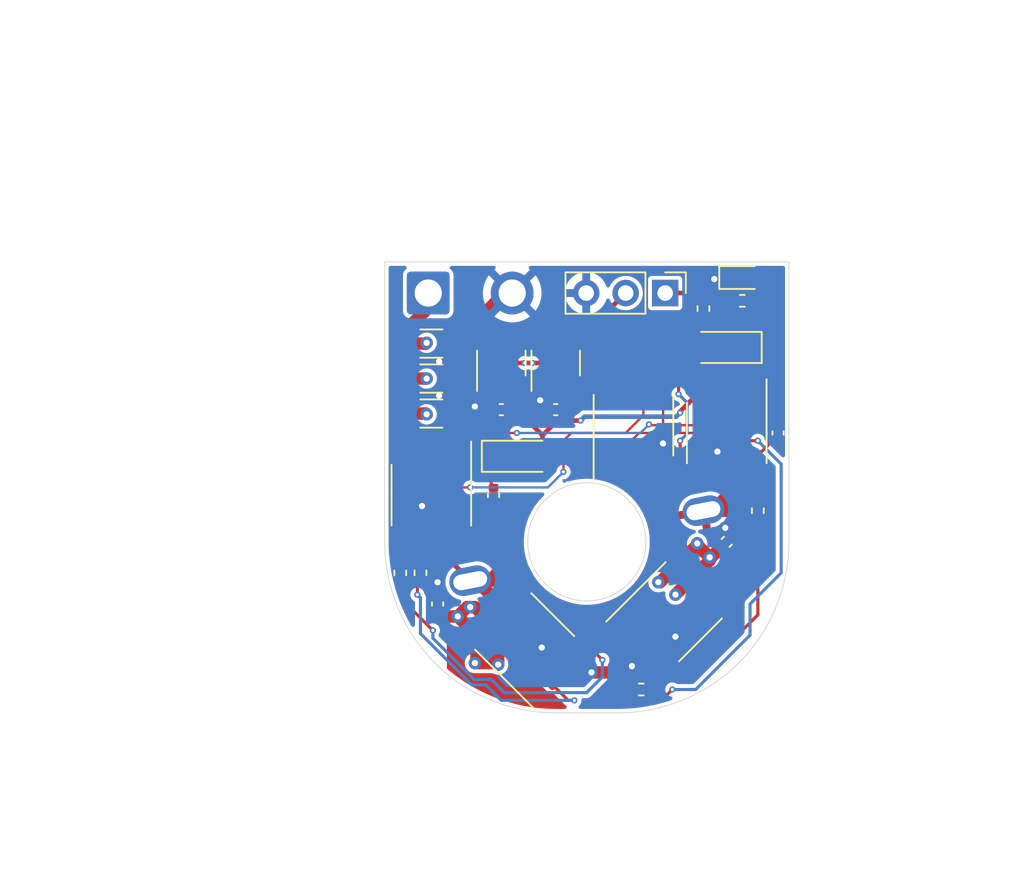
<source format=kicad_pcb>
(kicad_pcb (version 20210623) (generator pcbnew)
  (title_block (date "2021-01-21") (rev "2"))
  (layers (0 "F.Cu" signal) (1 "In1.Cu" signal) (2 "In2.Cu" signal) (31 "B.Cu" signal) (34 "B.Paste" user) (35 "F.Paste" user) (36 "B.SilkS" user "B.Silkscreen") (37 "F.SilkS" user "F.Silkscreen") (38 "B.Mask" user) (39 "F.Mask" user) (44 "Edge.Cuts" user))
  (net 0 "")
  (net 1 "+12V")
  (net 2 "Net-(R4-Pad1)")
  (net 3 "/GH1")
  (net 4 "/GL1")
  (net 5 "/GH2")
  (net 6 "Net-(C2-Pad1)")
  (net 7 "GND")
  (net 8 "/GL2")
  (net 9 "Net-(C3-Pad1)")
  (net 10 "/VBAT")
  (net 11 "/PWMIN")
  (net 12 "/MOTOR_PWM_2")
  (net 13 "/MOTOR_PWM_1")
  (net 14 "/MOTOR_PAD_2")
  (net 15 "/MOTOR_PAD_1")
  (net 16 "+5V")
  (net 17 "Net-(D2-Pad2)")
  (net 19 "/MOTOR_EN")
  (net 20 "/PWMIN1")
  (net 21 "/GH2OUT")
  (net 22 "/GL2OUT")
  (net 23 "/GH1OUT")
  (net 24 "/GL1OUT")
  (footprint "Capacitor_SMD:C_0402_1005Metric" (layer "F.Cu") (at 84.1 125 180)
    (fp_text reference "C1" hide)
    (fp_text value "1uF 25v")
    (fp_line (start -0.107836 0.36) (end 0.107836 0.36) (layer "F.SilkS") (width 0.12))
    (fp_line (start -0.107836 -0.36) (end 0.107836 -0.36) (layer "F.SilkS") (width 0.12))
    (pad "1" smd roundrect locked (at -0.48 0 180) (size 0.56 0.62) (layers "F.Cu" "F.Paste" "F.Mask") (net 1 "+12V"))
    (pad "2" smd roundrect locked (at 0.48 0 180) (size 0.56 0.62) (layers "F.Cu" "F.Paste" "F.Mask") (net 7 "GND"))
  )
  (footprint "Capacitor_SMD:C_0402_1005Metric" (layer "F.Cu") (at 101.9 126.5 -90)
    (fp_text reference "C2" hide)
    (fp_text value "1uF 25v")
    (fp_line (start -0.107836 -0.36) (end 0.107836 -0.36) (layer "F.SilkS") (width 0.12))
    (fp_line (start -0.107836 0.36) (end 0.107836 0.36) (layer "F.SilkS") (width 0.12))
    (pad "1" smd roundrect locked (at -0.48 0 270) (size 0.56 0.62) (layers "F.Cu" "F.Paste" "F.Mask") (net 6 "Net-(C2-Pad1)"))
    (pad "2" smd roundrect locked (at 0.48 0 270) (size 0.56 0.62) (layers "F.Cu" "F.Paste" "F.Mask") (net 14 "/MOTOR_PAD_2"))
  )
  (footprint "beetleback:bbb_motorpin" (layer "F.Cu") (at 97.1 131.5 -79)
    (fp_text reference "J4" hide)
    (fp_text value "motor_pad_2" hide)
    (pad "1" thru_hole oval locked (at 0 0 281) (size 1.8 2.7) (drill oval 1 2.2) (layers *.Cu *.Mask) (net 14 "/MOTOR_PAD_2"))
  )
  (footprint "Diode_SMD:D_SOD-123" (layer "F.Cu") (at 98.6 121 180)
    (fp_text reference "D1" hide)
    (fp_text value "B5819W")
    (fp_line (start -2.25 1) (end 1.65 1) (layer "F.SilkS") (width 0.12))
    (fp_line (start -2.25 -1) (end -2.25 1) (layer "F.SilkS") (width 0.12))
    (fp_line (start -2.25 -1) (end 1.65 -1) (layer "F.SilkS") (width 0.12))
    (pad "1" smd rect locked (at -1.65 0 180) (size 0.9 1.2) (layers "F.Cu" "F.Paste" "F.Mask") (net 6 "Net-(C2-Pad1)"))
    (pad "2" smd rect locked (at 1.65 0 180) (size 0.9 1.2) (layers "F.Cu" "F.Paste" "F.Mask") (net 1 "+12V"))
  )
  (footprint "Resistor_SMD:R_0402_1005Metric" (layer "F.Cu") (at 97.1 118.5 -90)
    (fp_text reference "R1" hide)
    (fp_text value "1k")
    (fp_line (start -0.153641 -0.38) (end 0.153641 -0.38) (layer "F.SilkS") (width 0.12))
    (fp_line (start -0.153641 0.38) (end 0.153641 0.38) (layer "F.SilkS") (width 0.12))
    (pad "1" smd roundrect locked (at -0.51 0 270) (size 0.54 0.64) (layers "F.Cu" "F.Paste" "F.Mask") (net 20 "/PWMIN1"))
    (pad "2" smd roundrect locked (at 0.51 0 270) (size 0.54 0.64) (layers "F.Cu" "F.Paste" "F.Mask") (net 11 "/PWMIN"))
  )
  (footprint "Capacitor_SMD:C_1206_3216Metric" (layer "F.Cu") (at 79.6 125.25)
    (fp_text reference "C5" hide)
    (fp_text value "22uF 25v")
    (fp_line (start -0.711252 -0.91) (end 0.711252 -0.91) (layer "F.SilkS") (width 0.12))
    (fp_line (start -0.711252 0.91) (end 0.711252 0.91) (layer "F.SilkS") (width 0.12))
    (pad "1" smd roundrect locked (at -1.475 0) (size 1.15 1.8) (layers "F.Cu" "F.Paste" "F.Mask") (roundrect_rratio 0.2173913043) (net 10 "/VBAT"))
    (pad "2" smd roundrect locked (at 1.475 0) (size 1.15 1.8) (layers "F.Cu" "F.Paste" "F.Mask") (roundrect_rratio 0.2173913043) (net 7 "GND"))
  )
  (footprint "Resistor_SMD:R_0402_1005Metric" (layer "F.Cu") (at 100.6 131.5 -90)
    (fp_text reference "R5" hide)
    (fp_text value "10R")
    (fp_line (start -0.153641 0.38) (end 0.153641 0.38) (layer "F.SilkS") (width 0.12))
    (fp_line (start -0.153641 -0.38) (end 0.153641 -0.38) (layer "F.SilkS") (width 0.12))
    (pad "1" smd roundrect locked (at -0.51 0 270) (size 0.54 0.64) (layers "F.Cu" "F.Paste" "F.Mask") (net 23 "/GH1OUT"))
    (pad "2" smd roundrect locked (at 0.51 0 270) (size 0.54 0.64) (layers "F.Cu" "F.Paste" "F.Mask") (net 3 "/GH1"))
  )
  (footprint "Package_SO:SOIC-8_3.9x4.9mm_P1.27mm" (layer "F.Cu") (at 85.6 140 135)
    (fp_text reference "Q2" hide)
    (fp_text value "IRF8313PBF")
    (fp_line (start 0 -2.56) (end -3.45 -2.56) (layer "F.SilkS") (width 0.12))
    (fp_line (start 0 2.56) (end 1.95 2.56) (layer "F.SilkS") (width 0.12))
    (fp_line (start 0 -2.56) (end 1.95 -2.56) (layer "F.SilkS") (width 0.12))
    (fp_line (start 0 2.56) (end -1.95 2.56) (layer "F.SilkS") (width 0.12))
    (pad "1" smd roundrect locked (at -2.475 -1.905 135) (size 1.95 0.6) (layers "F.Cu" "F.Paste" "F.Mask") (net 15 "/MOTOR_PAD_1"))
    (pad "2" smd roundrect locked (at -2.475 -0.635 135) (size 1.95 0.6) (layers "F.Cu" "F.Paste" "F.Mask") (net 5 "/GH2"))
    (pad "3" smd roundrect locked (at -2.475 0.635 135) (size 1.95 0.6) (layers "F.Cu" "F.Paste" "F.Mask") (net 7 "GND"))
    (pad "4" smd roundrect locked (at -2.475 1.905 135) (size 1.95 0.6) (layers "F.Cu" "F.Paste" "F.Mask") (net 8 "/GL2"))
    (pad "5" smd roundrect locked (at 2.475 1.905 135) (size 1.95 0.6) (layers "F.Cu" "F.Paste" "F.Mask") (net 15 "/MOTOR_PAD_1"))
    (pad "6" smd roundrect locked (at 2.475 0.635 135) (size 1.95 0.6) (layers "F.Cu" "F.Paste" "F.Mask") (net 15 "/MOTOR_PAD_1"))
    (pad "7" smd roundrect locked (at 2.475 -0.635 135) (size 1.95 0.6) (layers "F.Cu" "F.Paste" "F.Mask") (net 10 "/VBAT"))
    (pad "8" smd roundrect locked (at 2.475 -1.905 135) (size 1.95 0.6) (layers "F.Cu" "F.Paste" "F.Mask") (net 10 "/VBAT"))
  )
  (footprint "Package_SO:SOIC-8_3.9x4.9mm_P1.27mm" (layer "F.Cu") (at 92.6 126 90)
    (fp_text reference "U1" hide)
    (fp_text value "ATtiny13A-SS")
    (fp_line (start 0 2.56) (end -1.95 2.56) (layer "F.SilkS") (width 0.12))
    (fp_line (start 0 2.56) (end 1.95 2.56) (layer "F.SilkS") (width 0.12))
    (fp_line (start 0 -2.56) (end -3.45 -2.56) (layer "F.SilkS") (width 0.12))
    (fp_line (start 0 -2.56) (end 1.95 -2.56) (layer "F.SilkS") (width 0.12))
    (pad "1" smd roundrect locked (at -2.475 -1.905 90) (size 1.95 0.6) (layers "F.Cu" "F.Paste" "F.Mask"))
    (pad "2" smd roundrect locked (at -2.475 -0.635 90) (size 1.95 0.6) (layers "F.Cu" "F.Paste" "F.Mask") (net 12 "/MOTOR_PWM_2"))
    (pad "3" smd roundrect locked (at -2.475 0.635 90) (size 1.95 0.6) (layers "F.Cu" "F.Paste" "F.Mask") (net 2 "Net-(R4-Pad1)"))
    (pad "4" smd roundrect locked (at -2.475 1.905 90) (size 1.95 0.6) (layers "F.Cu" "F.Paste" "F.Mask") (net 7 "GND"))
    (pad "5" smd roundrect locked (at 2.475 1.905 90) (size 1.95 0.6) (layers "F.Cu" "F.Paste" "F.Mask") (net 19 "/MOTOR_EN"))
    (pad "6" smd roundrect locked (at 2.475 0.635 90) (size 1.95 0.6) (layers "F.Cu" "F.Paste" "F.Mask") (net 13 "/MOTOR_PWM_1"))
    (pad "7" smd roundrect locked (at 2.475 -0.635 90) (size 1.95 0.6) (layers "F.Cu" "F.Paste" "F.Mask") (net 11 "/PWMIN"))
    (pad "8" smd roundrect locked (at 2.475 -1.905 90) (size 1.95 0.6) (layers "F.Cu" "F.Paste" "F.Mask") (net 16 "+5V"))
  )
  (footprint "Capacitor_SMD:C_0402_1005Metric" (layer "F.Cu") (at 87.6 125 180)
    (fp_text reference "C4" hide)
    (fp_text value "1uF 25v")
    (fp_line (start -0.107836 -0.36) (end 0.107836 -0.36) (layer "F.SilkS") (width 0.12))
    (fp_line (start -0.107836 0.36) (end 0.107836 0.36) (layer "F.SilkS") (width 0.12))
    (pad "1" smd roundrect locked (at -0.48 0 180) (size 0.56 0.62) (layers "F.Cu" "F.Paste" "F.Mask") (net 16 "+5V"))
    (pad "2" smd roundrect locked (at 0.48 0 180) (size 0.56 0.62) (layers "F.Cu" "F.Paste" "F.Mask") (net 7 "GND"))
  )
  (footprint "LED_SMD:LED_0603_1608Metric" (layer "F.Cu") (at 99.6 116.5)
    (fp_text reference "D2" hide)
    (fp_text value "Red LED")
    (fp_line (start -1.485 -0.735) (end -1.485 0.735) (layer "F.SilkS") (width 0.12))
    (fp_line (start -1.485 0.735) (end 0.8 0.735) (layer "F.SilkS") (width 0.12))
    (fp_line (start 0.8 -0.735) (end -1.485 -0.735) (layer "F.SilkS") (width 0.12))
    (pad "1" smd roundrect locked (at -0.7875 0) (size 0.875 0.95) (layers "F.Cu" "F.Paste" "F.Mask") (net 7 "GND"))
    (pad "2" smd roundrect locked (at 0.7875 0) (size 0.875 0.95) (layers "F.Cu" "F.Paste" "F.Mask") (net 17 "Net-(D2-Pad2)"))
  )
  (footprint "Package_SO:SOIC-8_3.9x4.9mm_P1.27mm" (layer "F.Cu") (at 95.1 138 45)
    (fp_text reference "Q1" hide)
    (fp_text value "IRF8313PBF")
    (fp_line (start 0 -2.56) (end 1.95 -2.56) (layer "F.SilkS") (width 0.12))
    (fp_line (start 0 -2.56) (end -3.45 -2.56) (layer "F.SilkS") (width 0.12))
    (fp_line (start 0 2.56) (end -1.95 2.56) (layer "F.SilkS") (width 0.12))
    (fp_line (start 0 2.56) (end 1.95 2.56) (layer "F.SilkS") (width 0.12))
    (pad "1" smd roundrect locked (at -2.475 -1.905 45) (size 1.95 0.6) (layers "F.Cu" "F.Paste" "F.Mask") (net 14 "/MOTOR_PAD_2"))
    (pad "2" smd roundrect locked (at -2.475 -0.635 45) (size 1.95 0.6) (layers "F.Cu" "F.Paste" "F.Mask") (net 3 "/GH1"))
    (pad "3" smd roundrect locked (at -2.475 0.635 45) (size 1.95 0.6) (layers "F.Cu" "F.Paste" "F.Mask") (net 7 "GND"))
    (pad "4" smd roundrect locked (at -2.475 1.905 45) (size 1.95 0.6) (layers "F.Cu" "F.Paste" "F.Mask") (net 4 "/GL1"))
    (pad "5" smd roundrect locked (at 2.475 1.905 45) (size 1.95 0.6) (layers "F.Cu" "F.Paste" "F.Mask") (net 14 "/MOTOR_PAD_2"))
    (pad "6" smd roundrect locked (at 2.475 0.635 45) (size 1.95 0.6) (layers "F.Cu" "F.Paste" "F.Mask") (net 14 "/MOTOR_PAD_2"))
    (pad "7" smd roundrect locked (at 2.475 -0.635 45) (size 1.95 0.6) (layers "F.Cu" "F.Paste" "F.Mask") (net 10 "/VBAT"))
    (pad "8" smd roundrect locked (at 2.475 -1.905 45) (size 1.95 0.6) (layers "F.Cu" "F.Paste" "F.Mask") (net 10 "/VBAT"))
  )
  (footprint "Capacitor_SMD:C_1206_3216Metric" (layer "F.Cu") (at 79.6 123)
    (fp_text reference "C6" hide)
    (fp_text value "22uF 25v")
    (fp_line (start -0.711252 -0.91) (end 0.711252 -0.91) (layer "F.SilkS") (width 0.12))
    (fp_line (start -0.711252 0.91) (end 0.711252 0.91) (layer "F.SilkS") (width 0.12))
    (pad "1" smd roundrect locked (at -1.475 0) (size 1.15 1.8) (layers "F.Cu" "F.Paste" "F.Mask") (roundrect_rratio 0.2173913043) (net 10 "/VBAT"))
    (pad "2" smd roundrect locked (at 1.475 0) (size 1.15 1.8) (layers "F.Cu" "F.Paste" "F.Mask") (roundrect_rratio 0.2173913043) (net 7 "GND"))
  )
  (footprint "Resistor_SMD:R_0402_1005Metric" (layer "F.Cu") (at 93.1 143)
    (fp_text reference "R6" hide)
    (fp_text value "10R")
    (fp_line (start -0.153641 -0.38) (end 0.153641 -0.38) (layer "F.SilkS") (width 0.12))
    (fp_line (start -0.153641 0.38) (end 0.153641 0.38) (layer "F.SilkS") (width 0.12))
    (pad "1" smd roundrect locked (at -0.51 0) (size 0.54 0.64) (layers "F.Cu" "F.Paste" "F.Mask") (net 24 "/GL1OUT"))
    (pad "2" smd roundrect locked (at 0.51 0) (size 0.54 0.64) (layers "F.Cu" "F.Paste" "F.Mask") (net 4 "/GL1"))
  )
  (footprint "Connector_Wire:SolderWire-1sqmm_1x02_P5.4mm_D1.4mm_OD2.7mm" (layer "F.Cu") (at 79.4 117.5)
    (fp_text reference "J2" hide)
    (fp_text value "powerin")
    (pad "1" thru_hole roundrect locked (at 0 0) (size 2.75 2.75) (drill 1.75) (layers *.Cu *.Mask) (roundrect_rratio 0.09090909091) (net 10 "/VBAT"))
    (pad "2" thru_hole circle locked (at 5.4 0) (size 2.75 2.75) (drill 1.75) (layers *.Cu *.Mask) (net 7 "GND"))
  )
  (footprint "Resistor_SMD:R_0402_1005Metric" (layer "F.Cu") (at 99.6 118)
    (fp_text reference "R4" hide)
    (fp_text value "1k")
    (fp_line (start -0.153641 0.38) (end 0.153641 0.38) (layer "F.SilkS") (width 0.12))
    (fp_line (start -0.153641 -0.38) (end 0.153641 -0.38) (layer "F.SilkS") (width 0.12))
    (pad "1" smd roundrect locked (at -0.51 0) (size 0.54 0.64) (layers "F.Cu" "F.Paste" "F.Mask") (net 2 "Net-(R4-Pad1)"))
    (pad "2" smd roundrect locked (at 0.51 0) (size 0.54 0.64) (layers "F.Cu" "F.Paste" "F.Mask") (net 17 "Net-(D2-Pad2)"))
  )
  (footprint "Capacitor_SMD:C_0402_1005Metric" (layer "F.Cu") (at 98.6 133.5 45)
    (fp_text reference "C9" hide)
    (fp_text value "1uF 25v")
    (fp_line (start -0.107836 0.36) (end 0.107836 0.36) (layer "F.SilkS") (width 0.12))
    (fp_line (start -0.107836 -0.36) (end 0.107836 -0.36) (layer "F.SilkS") (width 0.12))
    (pad "1" smd roundrect locked (at -0.48 0 45) (size 0.56 0.62) (layers "F.Cu" "F.Paste" "F.Mask") (net 10 "/VBAT"))
    (pad "2" smd roundrect locked (at 0.48 0 45) (size 0.56 0.62) (layers "F.Cu" "F.Paste" "F.Mask") (net 7 "GND"))
  )
  (footprint "Capacitor_SMD:C_0402_1005Metric" (layer "F.Cu") (at 83.6 130.52 -90)
    (fp_text reference "C3" hide)
    (fp_text value "1uF 25v")
    (fp_line (start -0.107836 -0.36) (end 0.107836 -0.36) (layer "F.SilkS") (width 0.12))
    (fp_line (start -0.107836 0.36) (end 0.107836 0.36) (layer "F.SilkS") (width 0.12))
    (pad "1" smd roundrect locked (at -0.48 0 270) (size 0.56 0.62) (layers "F.Cu" "F.Paste" "F.Mask") (net 9 "Net-(C3-Pad1)"))
    (pad "2" smd roundrect locked (at 0.48 0 270) (size 0.56 0.62) (layers "F.Cu" "F.Paste" "F.Mask") (net 15 "/MOTOR_PAD_1"))
  )
  (footprint "Package_TO_SOT_SMD:SOT-23-5" (layer "F.Cu") (at 87.6 122 90)
    (fp_text reference "U3" hide)
    (fp_text value "HT7550-2")
    (fp_line (start 0 1.56) (end 0.8 1.56) (layer "F.SilkS") (width 0.12))
    (fp_line (start 0 -1.56) (end -1.8 -1.56) (layer "F.SilkS") (width 0.12))
    (fp_line (start 0 1.56) (end -0.8 1.56) (layer "F.SilkS") (width 0.12))
    (fp_line (start 0 -1.56) (end 0.8 -1.56) (layer "F.SilkS") (width 0.12))
    (pad "1" smd roundrect locked (at -1.1375 -0.95 90) (size 1.325 0.6) (layers "F.Cu" "F.Paste" "F.Mask") (net 7 "GND"))
    (pad "2" smd roundrect locked (at -1.1375 0 90) (size 1.325 0.6) (layers "F.Cu" "F.Paste" "F.Mask") (net 10 "/VBAT"))
    (pad "3" smd roundrect locked (at -1.1375 0.95 90) (size 1.325 0.6) (layers "F.Cu" "F.Paste" "F.Mask") (net 16 "+5V"))
    (pad "4" smd roundrect locked (at 1.1375 0.95 90) (size 1.325 0.6) (layers "F.Cu" "F.Paste" "F.Mask"))
    (pad "5" smd roundrect locked (at 1.1375 -0.95 90) (size 1.325 0.6) (layers "F.Cu" "F.Paste" "F.Mask"))
  )
  (footprint "Resistor_SMD:R_0402_1005Metric" (layer "F.Cu") (at 77.6 135.5 90)
    (fp_text reference "R3" hide)
    (fp_text value "10R")
    (fp_line (start -0.153641 -0.38) (end 0.153641 -0.38) (layer "F.SilkS") (width 0.12))
    (fp_line (start -0.153641 0.38) (end 0.153641 0.38) (layer "F.SilkS") (width 0.12))
    (pad "1" smd roundrect locked (at -0.51 0 90) (size 0.54 0.64) (layers "F.Cu" "F.Paste" "F.Mask") (net 8 "/GL2"))
    (pad "2" smd roundrect locked (at 0.51 0 90) (size 0.54 0.64) (layers "F.Cu" "F.Paste" "F.Mask") (net 22 "/GL2OUT"))
  )
  (footprint "Connector_PinHeader_2.54mm:PinHeader_1x03_P2.54mm_Vertical" (layer "F.Cu") (at 94.64 117.5 -90)
    (fp_text reference "J1" hide)
    (fp_text value "signalin")
    (fp_line (start 1.33 1.27) (end 1.33 6.41) (layer "F.SilkS") (width 0.12))
    (fp_line (start -1.33 -1.33) (end 0 -1.33) (layer "F.SilkS") (width 0.12))
    (fp_line (start -1.33 1.27) (end -1.33 6.41) (layer "F.SilkS") (width 0.12))
    (fp_line (start -1.33 1.27) (end 1.33 1.27) (layer "F.SilkS") (width 0.12))
    (fp_line (start -1.33 0) (end -1.33 -1.33) (layer "F.SilkS") (width 0.12))
    (fp_line (start -1.33 6.41) (end 1.33 6.41) (layer "F.SilkS") (width 0.12))
    (pad "1" thru_hole rect locked (at 0 0 270) (size 1.7 1.7) (drill 1) (layers *.Cu *.Mask) (net 20 "/PWMIN1"))
    (pad "2" thru_hole oval locked (at 0 2.54 270) (size 1.7 1.7) (drill 1) (layers *.Cu *.Mask) (net 16 "+5V"))
    (pad "3" thru_hole oval locked (at 0 5.08 270) (size 1.7 1.7) (drill 1) (layers *.Cu *.Mask) (net 7 "GND"))
  )
  (footprint "Package_SO:SOIC-8_3.9x4.9mm_P1.27mm" (layer "F.Cu") (at 98.6 126.5 -90)
    (fp_text reference "U2" hide)
    (fp_text value "ADP3110A")
    (fp_line (start 0 2.56) (end -1.95 2.56) (layer "F.SilkS") (width 0.12))
    (fp_line (start 0 -2.56) (end -3.45 -2.56) (layer "F.SilkS") (width 0.12))
    (fp_line (start 0 -2.56) (end 1.95 -2.56) (layer "F.SilkS") (width 0.12))
    (fp_line (start 0 2.56) (end 1.95 2.56) (layer "F.SilkS") (width 0.12))
    (pad "1" smd roundrect locked (at -2.475 -1.905 270) (size 1.95 0.6) (layers "F.Cu" "F.Paste" "F.Mask") (net 6 "Net-(C2-Pad1)"))
    (pad "2" smd roundrect locked (at -2.475 -0.635 270) (size 1.95 0.6) (layers "F.Cu" "F.Paste" "F.Mask") (net 12 "/MOTOR_PWM_2"))
    (pad "3" smd roundrect locked (at -2.475 0.635 270) (size 1.95 0.6) (layers "F.Cu" "F.Paste" "F.Mask") (net 19 "/MOTOR_EN"))
    (pad "4" smd roundrect locked (at -2.475 1.905 270) (size 1.95 0.6) (layers "F.Cu" "F.Paste" "F.Mask") (net 1 "+12V"))
    (pad "5" smd roundrect locked (at 2.475 1.905 270) (size 1.95 0.6) (layers "F.Cu" "F.Paste" "F.Mask") (net 24 "/GL1OUT"))
    (pad "6" smd roundrect locked (at 2.475 0.635 270) (size 1.95 0.6) (layers "F.Cu" "F.Paste" "F.Mask") (net 7 "GND"))
    (pad "7" smd roundrect locked (at 2.475 -0.635 270) (size 1.95 0.6) (layers "F.Cu" "F.Paste" "F.Mask") (net 14 "/MOTOR_PAD_2"))
    (pad "8" smd roundrect locked (at 2.475 -1.905 270) (size 1.95 0.6) (layers "F.Cu" "F.Paste" "F.Mask") (net 23 "/GH1OUT"))
  )
  (footprint "Diode_SMD:D_SOD-123" (layer "F.Cu") (at 85.1 128)
    (fp_text reference "D3" hide)
    (fp_text value "B5819W")
    (fp_line (start -2.25 -1) (end -2.25 1) (layer "F.SilkS") (width 0.12))
    (fp_line (start -2.25 -1) (end 1.65 -1) (layer "F.SilkS") (width 0.12))
    (fp_line (start -2.25 1) (end 1.65 1) (layer "F.SilkS") (width 0.12))
    (pad "1" smd rect locked (at -1.65 0) (size 0.9 1.2) (layers "F.Cu" "F.Paste" "F.Mask") (net 9 "Net-(C3-Pad1)"))
    (pad "2" smd rect locked (at 1.65 0) (size 0.9 1.2) (layers "F.Cu" "F.Paste" "F.Mask") (net 1 "+12V"))
  )
  (footprint "Resistor_SMD:R_0402_1005Metric" (layer "F.Cu") (at 78.9 135.5 90)
    (fp_text reference "R2" hide)
    (fp_text value "10R")
    (fp_line (start -0.153641 0.38) (end 0.153641 0.38) (layer "F.SilkS") (width 0.12))
    (fp_line (start -0.153641 -0.38) (end 0.153641 -0.38) (layer "F.SilkS") (width 0.12))
    (pad "1" smd roundrect locked (at -0.51 0 90) (size 0.54 0.64) (layers "F.Cu" "F.Paste" "F.Mask") (net 5 "/GH2"))
    (pad "2" smd roundrect locked (at 0.51 0 90) (size 0.54 0.64) (layers "F.Cu" "F.Paste" "F.Mask") (net 21 "/GH2OUT"))
  )
  (footprint "Capacitor_SMD:C_0402_1005Metric" (layer "F.Cu") (at 80 137.5 90)
    (fp_text reference "C8" hide)
    (fp_text value "1uF 25v")
    (fp_line (start -0.107836 -0.36) (end 0.107836 -0.36) (layer "F.SilkS") (width 0.12))
    (fp_line (start -0.107836 0.36) (end 0.107836 0.36) (layer "F.SilkS") (width 0.12))
    (pad "1" smd roundrect locked (at -0.48 0 90) (size 0.56 0.62) (layers "F.Cu" "F.Paste" "F.Mask") (net 10 "/VBAT"))
    (pad "2" smd roundrect locked (at 0.48 0 90) (size 0.56 0.62) (layers "F.Cu" "F.Paste" "F.Mask") (net 7 "GND"))
  )
  (footprint "Package_SO:SOIC-8_3.9x4.9mm_P1.27mm" (layer "F.Cu") (at 79.6 130.5 -90)
    (fp_text reference "U4" hide)
    (fp_text value "ADP3110A")
    (fp_line (start 0 2.56) (end 1.95 2.56) (layer "F.SilkS") (width 0.12))
    (fp_line (start 0 -2.56) (end -3.45 -2.56) (layer "F.SilkS") (width 0.12))
    (fp_line (start 0 2.56) (end -1.95 2.56) (layer "F.SilkS") (width 0.12))
    (fp_line (start 0 -2.56) (end 1.95 -2.56) (layer "F.SilkS") (width 0.12))
    (pad "1" smd roundrect locked (at -2.475 -1.905 270) (size 1.95 0.6) (layers "F.Cu" "F.Paste" "F.Mask") (net 9 "Net-(C3-Pad1)"))
    (pad "2" smd roundrect locked (at -2.475 -0.635 270) (size 1.95 0.6) (layers "F.Cu" "F.Paste" "F.Mask") (net 13 "/MOTOR_PWM_1"))
    (pad "3" smd roundrect locked (at -2.475 0.635 270) (size 1.95 0.6) (layers "F.Cu" "F.Paste" "F.Mask") (net 19 "/MOTOR_EN"))
    (pad "4" smd roundrect locked (at -2.475 1.905 270) (size 1.95 0.6) (layers "F.Cu" "F.Paste" "F.Mask") (net 1 "+12V"))
    (pad "5" smd roundrect locked (at 2.475 1.905 270) (size 1.95 0.6) (layers "F.Cu" "F.Paste" "F.Mask") (net 22 "/GL2OUT"))
    (pad "6" smd roundrect locked (at 2.475 0.635 270) (size 1.95 0.6) (layers "F.Cu" "F.Paste" "F.Mask") (net 7 "GND"))
    (pad "7" smd roundrect locked (at 2.475 -0.635 270) (size 1.95 0.6) (layers "F.Cu" "F.Paste" "F.Mask") (net 15 "/MOTOR_PAD_1"))
    (pad "8" smd roundrect locked (at 2.475 -1.905 270) (size 1.95 0.6) (layers "F.Cu" "F.Paste" "F.Mask") (net 21 "/GH2OUT"))
  )
  (footprint "Capacitor_SMD:C_1206_3216Metric" (layer "F.Cu") (at 79.6 120.75)
    (fp_text reference "C7" hide)
    (fp_text value "22uF 25v")
    (fp_line (start -0.711252 0.91) (end 0.711252 0.91) (layer "F.SilkS") (width 0.12))
    (fp_line (start -0.711252 -0.91) (end 0.711252 -0.91) (layer "F.SilkS") (width 0.12))
    (pad "1" smd roundrect locked (at -1.475 0) (size 1.15 1.8) (layers "F.Cu" "F.Paste" "F.Mask") (roundrect_rratio 0.2173913043) (net 10 "/VBAT"))
    (pad "2" smd roundrect locked (at 1.475 0) (size 1.15 1.8) (layers "F.Cu" "F.Paste" "F.Mask") (roundrect_rratio 0.2173913043) (net 7 "GND"))
  )
  (footprint "beetleback:bbb_motorpin" (layer "F.Cu") (at 82.1 136 -79)
    (fp_text reference "J3" hide)
    (fp_text value "motor_pad_1" hide)
    (pad "1" thru_hole oval locked (at 0 0 281) (size 1.8 2.7) (drill oval 1 2.2) (layers *.Cu *.Mask) (net 15 "/MOTOR_PAD_1"))
  )
  (footprint "Package_TO_SOT_SMD:SOT-23-5" (layer "F.Cu") (at 84.1 122 90)
    (fp_text reference "U5" hide)
    (fp_text value "HT75C0-2")
    (fp_line (start 0 1.56) (end 0.8 1.56) (layer "F.SilkS") (width 0.12))
    (fp_line (start 0 1.56) (end -0.8 1.56) (layer "F.SilkS") (width 0.12))
    (fp_line (start 0 -1.56) (end 0.8 -1.56) (layer "F.SilkS") (width 0.12))
    (fp_line (start 0 -1.56) (end -1.8 -1.56) (layer "F.SilkS") (width 0.12))
    (pad "1" smd roundrect locked (at -1.1375 -0.95 90) (size 1.325 0.6) (layers "F.Cu" "F.Paste" "F.Mask") (net 7 "GND"))
    (pad "2" smd roundrect locked (at -1.1375 0 90) (size 1.325 0.6) (layers "F.Cu" "F.Paste" "F.Mask") (net 10 "/VBAT"))
    (pad "3" smd roundrect locked (at -1.1375 0.95 90) (size 1.325 0.6) (layers "F.Cu" "F.Paste" "F.Mask") (net 1 "+12V"))
    (pad "4" smd roundrect locked (at 1.1375 0.95 90) (size 1.325 0.6) (layers "F.Cu" "F.Paste" "F.Mask"))
    (pad "5" smd roundrect locked (at 1.1375 -0.95 90) (size 1.325 0.6) (layers "F.Cu" "F.Paste" "F.Mask"))
  )
  (gr_line (start 87.6 144.5) (end 91.6 144.5) (layer "Edge.Cuts") (width 0.05))
  (gr_arc (start 91.6 133.5) (end 102.6 133.5) (angle 90) (layer "Edge.Cuts") (width 0.05))
  (gr_line (start 76.6 133.5) (end 76.6 115.5) (layer "Edge.Cuts") (width 0.05))
  (gr_arc (start 87.6 133.5) (end 87.6 144.5) (angle 90) (layer "Edge.Cuts") (width 0.05))
  (gr_line (start 102.6 115.5) (end 102.6 133.5) (layer "Edge.Cuts") (width 0.05))
  (gr_line (start 76.6 115.5) (end 102.6 115.5) (layer "Edge.Cuts") (width 0.05))
  (gr_circle (center 89.6 133.5) (end 93.4 133.5) (layer "Edge.Cuts") (width 0.05) (fill none))
  (segment (start 77.695 126.905) (end 78.1 126.5) (width 0.15) (layer "F.Cu") (net 1))
  (segment (start 85.1 125) (end 86.75 126.65) (width 0.3) (layer "F.Cu") (net 1))
  (segment (start 85.05 124.53) (end 84.58 125) (width 0.3) (layer "F.Cu") (net 1))
  (segment (start 87.7 125.7) (end 89.2 125.7) (width 0.3) (layer "F.Cu") (net 1))
  (segment (start 84.58 125) (end 85.1 125) (width 0.3) (layer "F.Cu") (net 1))
  (segment (start 86.75 126.65) (end 86.75 128) (width 0.3) (layer "F.Cu") (net 1))
  (segment (start 96.695 121.255) (end 96.95 121) (width 0.3) (layer "F.Cu") (net 1))
  (segment (start 86.75 126.65) (end 87.7 125.7) (width 0.3) (layer "F.Cu") (net 1))
  (segment (start 78.1 126.5) (end 81.7 126.5) (width 0.15) (layer "F.Cu") (net 1))
  (segment (start 95.6 125.12) (end 96.695 124.025) (width 0.3) (layer "F.Cu") (net 1))
  (segment (start 82.4 125.8) (end 83.78 125.8) (width 0.15) (layer "F.Cu") (net 1))
  (segment (start 95.6 125.2) (end 95.6 125.12) (width 0.3) (layer "F.Cu") (net 1))
  (segment (start 77.695 128.025) (end 77.695 126.905) (width 0.15) (layer "F.Cu") (net 1))
  (segment (start 83.78 125.8) (end 84.58 125) (width 0.15) (layer "F.Cu") (net 1))
  (segment (start 96.695 124.025) (end 96.695 121.255) (width 0.3) (layer "F.Cu") (net 1))
  (segment (start 81.7 126.5) (end 82.4 125.8) (width 0.15) (layer "F.Cu") (net 1))
  (segment (start 85.05 123.1375) (end 85.05 124.53) (width 0.3) (layer "F.Cu") (net 1))
  (via (at 89.2 125.7) (size 0.4) (drill 0.2) (layers "F.Cu" "B.Cu") (net 1))
  (via (at 95.6 125.2) (size 0.4) (drill 0.2) (layers "F.Cu" "B.Cu") (net 1))
  (segment (start 89.449011 125.450989) (end 95.349011 125.450989) (width 0.3) (layer "B.Cu") (net 1))
  (segment (start 95.349011 125.450989) (end 95.6 125.2) (width 0.3) (layer "B.Cu") (net 1))
  (segment (start 89.2 125.7) (end 89.449011 125.450989) (width 0.3) (layer "B.Cu") (net 1))
  (segment (start 99.09 118) (end 99.09 118.51) (width 0.2) (layer "F.Cu") (net 2))
  (segment (start 95.6 129.4) (end 94.9 130.1) (width 0.2) (layer "F.Cu") (net 2))
  (segment (start 96.700978 119.7) (end 95.5 120.900978) (width 0.2) (layer "F.Cu") (net 2))
  (segment (start 95.6 127) (end 95.6 129.4) (width 0.2) (layer "F.Cu") (net 2))
  (segment (start 95.5 120.900978) (end 95.5 124) (width 0.2) (layer "F.Cu") (net 2))
  (segment (start 93.235 129.635) (end 93.235 128.475) (width 0.2) (layer "F.Cu") (net 2))
  (segment (start 94.9 130.1) (end 93.7 130.1) (width 0.2) (layer "F.Cu") (net 2))
  (segment (start 99.09 118.51) (end 97.9 119.7) (width 0.2) (layer "F.Cu") (net 2))
  (segment (start 93.7 130.1) (end 93.235 129.635) (width 0.2) (layer "F.Cu") (net 2))
  (segment (start 97.9 119.7) (end 96.700978 119.7) (width 0.2) (layer "F.Cu") (net 2))
  (via (at 95.6 127) (size 0.4) (drill 0.2) (layers "F.Cu" "B.Cu") (net 2))
  (via (at 95.5 124) (size 0.4) (drill 0.2) (layers "F.Cu" "B.Cu") (net 2))
  (segment (start 95.5 124) (end 96.049511 124.549511) (width 0.2) (layer "B.Cu") (net 2))
  (segment (start 96.049511 124.549511) (end 96.049511 126.550489) (width 0.2) (layer "B.Cu") (net 2))
  (segment (start 96.049511 126.550489) (end 95.6 127) (width 0.2) (layer "B.Cu") (net 2))
  (segment (start 96.4 139.6) (end 99.2 139.6) (width 0.2) (layer "F.Cu") (net 3))
  (segment (start 92.900898 139.301076) (end 93.301974 138.9) (width 0.2) (layer "F.Cu") (net 3))
  (segment (start 99.2 139.6) (end 100.6 138.2) (width 0.2) (layer "F.Cu") (net 3))
  (segment (start 95.7 138.9) (end 96.4 139.6) (width 0.2) (layer "F.Cu") (net 3))
  (segment (start 100.6 138.2) (end 100.6 132.01) (width 0.2) (layer "F.Cu") (net 3))
  (segment (start 93.301974 138.9) (end 95.7 138.9) (width 0.2) (layer "F.Cu") (net 3))
  (segment (start 93.61 142.184077) (end 94.696949 141.097128) (width 0.2) (layer "F.Cu") (net 4))
  (segment (start 93.61 143) (end 93.61 142.184077) (width 0.2) (layer "F.Cu") (net 4))
  (segment (start 88.401974 143.7) (end 86.901076 142.199102) (width 0.2) (layer "F.Cu") (net 5))
  (segment (start 78.7 136.21) (end 78.9 136.01) (width 0.2) (layer "F.Cu") (net 5))
  (segment (start 78.7 136.9) (end 78.7 136.21) (width 0.2) (layer "F.Cu") (net 5))
  (segment (start 88.8 143.7) (end 88.401974 143.7) (width 0.2) (layer "F.Cu") (net 5))
  (via (at 88.8 143.7) (size 0.4) (drill 0.2) (layers "F.Cu" "B.Cu") (net 5))
  (via (at 78.7 136.9) (size 0.4) (drill 0.2) (layers "F.Cu" "B.Cu") (net 5))
  (segment (start 84.1 143.7) (end 88.8 143.7) (width 0.2) (layer "B.Cu") (net 5))
  (segment (start 83.1 142.7) (end 84.1 143.7) (width 0.2) (layer "B.Cu") (net 5))
  (segment (start 82.2 142.7) (end 83.1 142.7) (width 0.2) (layer "B.Cu") (net 5))
  (segment (start 78.9 137.1) (end 78.9 139.4) (width 0.2) (layer "B.Cu") (net 5))
  (segment (start 78.7 136.9) (end 78.9 137.1) (width 0.2) (layer "B.Cu") (net 5))
  (segment (start 78.9 139.4) (end 82.2 142.7) (width 0.2) (layer "B.Cu") (net 5))
  (segment (start 101.9 126.02) (end 101.9 125.42) (width 0.2) (layer "F.Cu") (net 6))
  (segment (start 100.25 121) (end 100.25 122.3) (width 0.2) (layer "F.Cu") (net 6))
  (segment (start 101.9 125.42) (end 100.505 124.025) (width 0.2) (layer "F.Cu") (net 6))
  (segment (start 100.25 122.3) (end 100.505 122.555) (width 0.2) (layer "F.Cu") (net 6))
  (segment (start 100.505 122.555) (end 100.505 124.025) (width 0.2) (layer "F.Cu") (net 6))
  (segment (start 80.125 121.925) (end 80.1 121.9) (width 0.8) (layer "F.Cu") (net 7))
  (segment (start 84.325 117.5) (end 82.8375 118.9875) (width 0.8) (layer "F.Cu") (net 7))
  (segment (start 93.798924 140.201076) (end 92.1 141.9) (width 0.8) (layer "F.Cu") (net 7))
  (segment (start 83.15 123.1375) (end 81.2125 123.1375) (width 0.8) (layer "F.Cu") (net 7))
  (segment (start 92.1 141.9) (end 88.398026 141.9) (width 0.8) (layer "F.Cu") (net 7))
  (segment (start 94.398506 139.59952) (end 95.3 139.59952) (width 0.8) (layer "F.Cu") (net 7))
  (segment (start 81.075 121.925) (end 81.075 123) (width 0.8) (layer "F.Cu") (net 7))
  (segment (start 98.939411 133.039411) (end 98.5 132.6) (width 0.3) (layer "F.Cu") (net 7))
  (segment (start 81.2125 123.1375) (end 81.075 123) (width 0.8) (layer "F.Cu") (net 7))
  (segment (start 94.505 128.475) (end 94.505 127.1795) (width 0.3) (layer "F.Cu") (net 7))
  (segment (start 78.965 132.975) (end 78.965 131.235) (width 0.3) (layer "F.Cu") (net 7))
  (segment (start 83.15 124.53) (end 82.67 124.53) (width 0.8) (layer "F.Cu") (net 7))
  (segment (start 80 137.02) (end 80 136.1) (width 0.3) (layer "F.Cu") (net 7))
  (segment (start 88.398026 141.9) (end 87.799102 141.301076) (width 0.8) (layer "F.Cu") (net 7))
  (segment (start 94.505 127.1795) (end 94.5 127.1745) (width 0.3) (layer "F.Cu") (net 7))
  (segment (start 97.965 127.735) (end 98 127.7) (width 0.3) (layer "F.Cu") (net 7))
  (segment (start 83.15 124.53) (end 83.15 123.1375) (width 0.8) (layer "F.Cu") (net 7))
  (segment (start 82.67 124.53) (end 82.4 124.8) (width 0.8) (layer "F.Cu") (net 7))
  (segment (start 97.965 128.975) (end 97.965 127.735) (width 0.3) (layer "F.Cu") (net 7))
  (segment (start 81.075 123) (end 81.075 124.125) (width 0.8) (layer "F.Cu") (net 7))
  (segment (start 81.075 120.75) (end 81.075 121.925) (width 0.8) (layer "F.Cu") (net 7))
  (segment (start 83.62 125) (end 83.15 124.53) (width 0.8) (layer "F.Cu") (net 7))
  (segment (start 81.075 124.125) (end 80.125 124.125) (width 0.8) (layer "F.Cu") (net 7))
  (segment (start 81.075 121.925) (end 80.125 121.925) (width 0.8) (layer "F.Cu") (net 7))
  (segment (start 81.075 124.125) (end 81.075 125.25) (width 0.8) (layer "F.Cu") (net 7))
  (segment (start 80.125 124.125) (end 80.1 124.1) (width 0.8) (layer "F.Cu") (net 7))
  (segment (start 84.8 117.5) (end 84.325 117.5) (width 0.8) (layer "F.Cu") (net 7))
  (segment (start 87.701076 141.301076) (end 86.7 140.3) (width 0.8) (layer "F.Cu") (net 7))
  (segment (start 98.939411 133.160589) (end 98.939411 133.039411) (width 0.3) (layer "F.Cu") (net 7))
  (segment (start 86.65 123.1375) (end 86.65 124.53) (width 0.8) (layer "F.Cu") (net 7))
  (segment (start 78.965 131.235) (end 79 131.2) (width 0.3) (layer "F.Cu") (net 7))
  (segment (start 87.799102 141.301076) (end 87.701076 141.301076) (width 0.8) (layer "F.Cu") (net 7))
  (segment (start 93.798924 140.199102) (end 94.398506 139.59952) (width 0.8) (layer "F.Cu") (net 7))
  (segment (start 98.8125 116.5) (end 97.9 116.5) (width 0.8) (layer "F.Cu") (net 7))
  (segment (start 97.9 116.5) (end 97.8 116.6) (width 0.8) (layer "F.Cu") (net 7))
  (segment (start 82.8375 118.9875) (end 81.075 120.75) (width 0.8) (layer "F.Cu") (net 7))
  (segment (start 86.65 124.53) (end 87.12 125) (width 0.8) (layer "F.Cu") (net 7))
  (segment (start 93.798924 140.199102) (end 93.798924 140.201076) (width 0.8) (layer "F.Cu") (net 7))
  (via (at 79 131.2) (size 0.8) (drill 0.4) (layers "F.Cu" "B.Cu") (net 7))
  (via (at 80.1 121.9) (size 0.8) (drill 0.4) (layers "F.Cu" "B.Cu") (net 7))
  (via (at 80 136.1) (size 0.8) (drill 0.4) (layers "F.Cu" "B.Cu") (net 7))
  (via (at 86.6 124.4) (size 0.8) (drill 0.4) (layers "F.Cu" "B.Cu") (net 7))
  (via (at 86.7 140.3) (size 0.8) (drill 0.4) (layers "F.Cu" "B.Cu") (net 7))
  (via (at 80.1 124.1) (size 0.8) (drill 0.4) (layers "F.Cu" "B.Cu") (net 7))
  (via (at 89.9 141.9) (size 0.8) (drill 0.4) (layers "F.Cu" "B.Cu") (net 7))
  (via (at 98 127.7) (size 0.8) (drill 0.4) (layers "F.Cu" "B.Cu") (net 7))
  (via (at 82.4 124.8) (size 0.8) (drill 0.4) (layers "F.Cu" "B.Cu") (net 7))
  (via (at 97.8 116.6) (size 0.8) (drill 0.4) (layers "F.Cu" "B.Cu") (net 7))
  (via (at 92.5 141.5) (size 0.8) (drill 0.4) (layers "F.Cu" "B.Cu") (net 7))
  (via (at 98.5 132.6) (size 0.8) (drill 0.4) (layers "F.Cu" "B.Cu") (net 7))
  (via (at 94.5 127.1745) (size 0.8) (drill 0.4) (layers "F.Cu" "B.Cu") (net 7))
  (via (at 95.3 139.59952) (size 0.8) (drill 0.4) (layers "F.Cu" "B.Cu") (net 7))
  (segment (start 90.6 141.1005) (end 89.902551 140.403051) (width 0.2) (layer "F.Cu") (net 8))
  (segment (start 89.902551 140.403051) (end 88.697128 140.403051) (width 0.2) (layer "F.Cu") (net 8))
  (segment (start 77.6 137.1) (end 79.7 139.2) (width 0.2) (layer "F.Cu") (net 8))
  (segment (start 77.6 136.01) (end 77.6 137.1) (width 0.2) (layer "F.Cu") (net 8))
  (via (at 90.6 141.1005) (size 0.4) (drill 0.2) (layers "F.Cu" "B.Cu") (net 8))
  (via (at 79.7 139.2) (size 0.4) (drill 0.2) (layers "F.Cu" "B.Cu") (net 8))
  (segment (start 82.35048 142.35048) (end 82.4 142.35048) (width 0.2) (layer "B.Cu") (net 8))
  (segment (start 84.3 143.2) (end 89.4 143.2) (width 0.2) (layer "B.Cu") (net 8))
  (segment (start 89.589259 143.2) (end 90.6 142.189259) (width 0.2) (layer "B.Cu") (net 8))
  (segment (start 90.6 142.189259) (end 90.6 141.1005) (width 0.2) (layer "B.Cu") (net 8))
  (segment (start 89.4 143.2) (end 89.589259 143.2) (width 0.2) (layer "B.Cu") (net 8))
  (segment (start 82.4 142.35048) (end 83.45048 142.35048) (width 0.2) (layer "B.Cu") (net 8))
  (segment (start 79.7 139.2) (end 79.7 139.7) (width 0.2) (layer "B.Cu") (net 8))
  (segment (start 83.45048 142.35048) (end 84.3 143.2) (width 0.2) (layer "B.Cu") (net 8))
  (segment (start 79.7 139.7) (end 82.35048 142.35048) (width 0.2) (layer "B.Cu") (net 8))
  (segment (start 83.425 128.025) (end 83.45 128) (width 0.2) (layer "F.Cu") (net 9))
  (segment (start 83.45 128) (end 83.45 129.89) (width 0.2) (layer "F.Cu") (net 9))
  (segment (start 83.45 129.89) (end 83.6 130.04) (width 0.2) (layer "F.Cu") (net 9))
  (segment (start 81.505 128.025) (end 83.425 128.025) (width 0.2) (layer "F.Cu") (net 9))
  (segment (start 96.7 133.6) (end 96.7 133.7) (width 0.8) (layer "F.Cu") (net 10))
  (segment (start 97.6 134.5) (end 98.260589 133.839411) (width 0.8) (layer "F.Cu") (net 10))
  (segment (start 84.1 123.1375) (end 84.1 122.475) (width 0.3) (layer "F.Cu") (net 10))
  (segment (start 85.6 122) (end 86.1 122) (width 0.3) (layer "F.Cu") (net 10))
  (segment (start 96.7 133.6) (end 96.7 133.705923) (width 0.8) (layer "F.Cu") (net 10))
  (segment (start 79.25 120.75) (end 79.3 120.7) (width 0.8) (layer "F.Cu") (net 10))
  (segment (start 84.1 122.475) (end 84.575 122) (width 0.3) (layer "F.Cu") (net 10))
  (segment (start 97.5 134.701974) (end 96.401076 135.800898) (width 0.8) (layer "F.Cu") (net 10))
  (segment (start 80.32 138.3) (end 80 137.98) (width 0.8) (layer "F.Cu") (net 10))
  (segment (start 82.1 137.7) (end 82.401974 137.7) (width 0.8) (layer "F.Cu") (net 10))
  (segment (start 79.25 125.25) (end 79.3 125.3) (width 0.8) (layer "F.Cu") (net 10))
  (segment (start 78.125 123) (end 79.3 123) (width 0.8) (layer "F.Cu") (net 10))
  (segment (start 78.125 125.25) (end 79.25 125.25) (width 0.8) (layer "F.Cu") (net 10))
  (segment (start 83.498924 138.698924) (end 83.9 139.1) (width 0.8) (layer "F.Cu") (net 10))
  (segment (start 97.5 134.5) (end 97.5 134.701974) (width 0.8) (layer "F.Cu") (net 10))
  (segment (start 79.4 118.45) (end 78.1 119.75) (width 0.8) (layer "F.Cu") (net 10))
  (segment (start 78.125 123) (end 78.125 125.25) (width 0.8) (layer "F.Cu") (net 10))
  (segment (start 95.503051 134.902872) (end 96.401076 135.800898) (width 0.8) (layer "F.Cu") (net 10))
  (segment (start 96.401076 135.800898) (end 96.399102 135.800898) (width 0.8) (layer "F.Cu") (net 10))
  (segment (start 79.4 117.5) (end 79.4 118.45) (width 0.8) (layer "F.Cu") (net 10))
  (segment (start 82.502872 139.596949) (end 82.502872 141.197128) (width 0.8) (layer "F.Cu") (net 10))
  (segment (start 78.125 119.775) (end 78.125 120.75) (width 0.8) (layer "F.Cu") (net 10))
  (segment (start 82.1 137.7) (end 81.9 137.7) (width 0.8) (layer "F.Cu") (net 10))
  (segment (start 78.125 120.75) (end 78.125 123) (width 0.8) (layer "F.Cu") (net 10))
  (segment (start 82.401974 137.7) (end 83.400898 138.698924) (width 0.8) (layer "F.Cu") (net 10))
  (segment (start 83.8 141.3) (end 83.9 141.4) (width 0.8) (layer "F.Cu") (net 10))
  (segment (start 86.1 122) (end 87.125 122) (width 0.3) (layer "F.Cu") (net 10))
  (segment (start 87.6 122.475) (end 87.6 123.1375) (width 0.3) (layer "F.Cu") (net 10))
  (segment (start 96.7 133.705923) (end 95.503051 134.902872) (width 0.8) (layer "F.Cu") (net 10))
  (segment (start 83.9 139.1) (end 83.9 141.4) (width 0.8) (layer "F.Cu") (net 10))
  (segment (start 82.502872 141.197128) (end 82.4 141.3) (width 0.8) (layer "F.Cu") (net 10))
  (segment (start 97.5 134.5) (end 97.6 134.5) (width 0.8) (layer "F.Cu") (net 10))
  (segment (start 82.4 141.3) (end 83.8 141.3) (width 0.8) (layer "F.Cu") (net 10))
  (segment (start 96.7 133.7) (end 97.5 134.5) (width 0.8) (layer "F.Cu") (net 10))
  (segment (start 83.400898 138.698924) (end 82.502872 139.596949) (width 0.8) (layer "F.Cu") (net 10))
  (segment (start 94.305923 136.1) (end 95.503051 134.902872) (width 0.8) (layer "F.Cu") (net 10))
  (segment (start 78.1 119.75) (end 78.125 119.775) (width 0.8) (layer "F.Cu") (net 10))
  (segment (start 82.502872 139.596949) (end 82.502872 139.502872) (width 0.8) (layer "F.Cu") (net 10))
  (segment (start 83.400898 138.698924) (end 83.498924 138.698924) (width 0.8) (layer "F.Cu") (net 10))
  (segment (start 78.125 120.75) (end 79.25 120.75) (width 0.8) (layer "F.Cu") (net 10))
  (segment (start 84.575 122) (end 85.6 122) (width 0.3) (layer "F.Cu") (net 10))
  (segment (start 81.9 137.7) (end 81.3 138.3) (width 0.8) (layer "F.Cu") (net 10))
  (segment (start 96.399102 135.800898) (end 95.3 136.9) (width 0.8) (layer "F.Cu") (net 10))
  (segment (start 82.502872 139.502872) (end 81.3 138.3) (width 0.8) (layer "F.Cu") (net 10))
  (segment (start 81.3 138.3) (end 80.32 138.3) (width 0.8) (layer "F.Cu") (net 10))
  (segment (start 94.2 136.1) (end 94.305923 136.1) (width 0.8) (layer "F.Cu") (net 10))
  (segment (start 87.125 122) (end 87.6 122.475) (width 0.3) (layer "F.Cu") (net 10))
  (via (at 85.6 122) (size 0.4) (drill 0.2) (layers "F.Cu" "B.Cu") (net 10))
  (via (at 96.7 133.6) (size 0.8) (drill 0.4) (layers "F.Cu" "B.Cu") (net 10))
  (via (at 82.1 137.7) (size 0.8) (drill 0.4) (layers "F.Cu" "B.Cu") (net 10))
  (via (at 79.3 120.7) (size 0.8) (drill 0.4) (layers "F.Cu" "B.Cu") (net 10))
  (via (at 94.2 136.1) (size 0.8) (drill 0.4) (layers "F.Cu" "B.Cu") (net 10))
  (via (at 82.4 141.3) (size 0.8) (drill 0.4) (layers "F.Cu" "B.Cu") (net 10))
  (via (at 86.1 122) (size 0.4) (drill 0.2) (layers "F.Cu" "B.Cu") (net 10))
  (via (at 95.3 136.9) (size 0.8) (drill 0.4) (layers "F.Cu" "B.Cu") (net 10))
  (via (at 79.3 125.3) (size 0.8) (drill 0.4) (layers "F.Cu" "B.Cu") (net 10))
  (via (at 97.5 134.5) (size 0.8) (drill 0.4) (layers "F.Cu" "B.Cu") (net 10))
  (via (at 83.9 141.4) (size 0.8) (drill 0.4) (layers "F.Cu" "B.Cu") (net 10))
  (via (at 81.3 138.3) (size 0.8) (drill 0.4) (layers "F.Cu" "B.Cu") (net 10))
  (via (at 79.3 123) (size 0.8) (drill 0.4) (layers "F.Cu" "B.Cu") (net 10))
  (segment (start 94.59 119.01) (end 91.965 121.635) (width 0.3) (layer "F.Cu") (net 11))
  (segment (start 91.965 121.635) (end 91.965 123.525) (width 0.3) (layer "F.Cu") (net 11))
  (segment (start 97.1 119.01) (end 94.59 119.01) (width 0.3) (layer "F.Cu") (net 11))
  (segment (start 91.965 127.5) (end 92.965 126.5) (width 0.15) (layer "F.Cu") (net 12))
  (segment (start 91.965 128.475) (end 91.965 127.5) (width 0.15) (layer "F.Cu") (net 12))
  (segment (start 99.235 125.071428) (end 99.235 124.025) (width 0.15) (layer "F.Cu") (net 12))
  (segment (start 97.806428 126.5) (end 99.235 125.071428) (width 0.15) (layer "F.Cu") (net 12))
  (segment (start 92.965 126.5) (end 97.806428 126.5) (width 0.15) (layer "F.Cu") (net 12))
  (segment (start 80.235 129.635) (end 80.235 128.025) (width 0.15) (layer "F.Cu") (net 13))
  (segment (start 82.1 130) (end 80.6 130) (width 0.15) (layer "F.Cu") (net 13))
  (segment (start 88.6 126.5) (end 88.1 127) (width 0.15) (layer "F.Cu") (net 13))
  (segment (start 93.235 123.525) (end 93.235 125.365) (width 0.15) (layer "F.Cu") (net 13))
  (segment (start 92.1 126.5) (end 88.6 126.5) (width 0.15) (layer "F.Cu") (net 13))
  (segment (start 93.235 125.365) (end 92.1 126.5) (width 0.15) (layer "F.Cu") (net 13))
  (segment (start 88.1 127) (end 88.1 129) (width 0.15) (layer "F.Cu") (net 13))
  (segment (start 80.6 130) (end 80.235 129.635) (width 0.15) (layer "F.Cu") (net 13))
  (via (at 88.1 129) (size 0.4) (drill 0.2) (layers "F.Cu" "B.Cu") (net 13))
  (via (at 82.1 130) (size 0.4) (drill 0.2) (layers "F.Cu" "B.Cu") (net 13))
  (segment (start 88.1 129) (end 87.1 130) (width 0.15) (layer "B.Cu") (net 13))
  (segment (start 87.1 130) (end 82.1 130) (width 0.15) (layer "B.Cu") (net 13))
  (segment (start 99 135) (end 99 136.794077) (width 0.8) (layer "F.Cu") (net 14))
  (segment (start 96.298026 138.5) (end 95.898026 138.1) (width 0.8) (layer "F.Cu") (net 14))
  (segment (start 101.9 126.98) (end 101.560754 126.98) (width 0.2) (layer "F.Cu") (net 14))
  (segment (start 98.197128 137.602872) (end 97.3 138.5) (width 0.8) (layer "F.Cu") (net 14))
  (segment (start 99.235 128.065) (end 99.235 128.975) (width 0.2) (layer "F.Cu") (net 14))
  (segment (start 97.685 131.5) (end 97.1 131.5) (width 0.8) (layer "F.Cu") (net 14))
  (segment (start 98.197128 137.596949) (end 98.197128 137.602872) (width 0.8) (layer "F.Cu") (net 14))
  (segment (start 97.299102 136.698924) (end 97.301076 136.698924) (width 0.8) (layer "F.Cu") (net 14))
  (segment (start 99.235 128.975) (end 99.235 129.95) (width 0.8) (layer "F.Cu") (net 14))
  (segment (start 92.543822 137.862101) (end 94.462101 137.862101) (width 0.8) (layer "F.Cu") (net 14))
  (segment (start 99.499511 132.185988) (end 99.499511 132.449511) (width 0.8) (layer "F.Cu") (net 14))
  (segment (start 97.1 131.5) (end 98.813523 131.5) (width 0.8) (layer "F.Cu") (net 14))
  (segment (start 101.560754 126.98) (end 100.840754 127.7) (width 0.2) (layer "F.Cu") (net 14))
  (segment (start 98.813523 131.5) (end 99.499511 132.185988) (width 0.8) (layer "F.Cu") (net 14))
  (segment (start 97.301076 136.698924) (end 99 135) (width 0.8) (layer "F.Cu") (net 14))
  (segment (start 94.7 138.1) (end 95.898026 138.1) (width 0.8) (layer "F.Cu") (net 14))
  (segment (start 99.898158 134.101842) (end 99 135) (width 0.8) (layer "F.Cu") (net 14))
  (segment (start 99.235 129.95) (end 97.685 131.5) (width 0.8) (layer "F.Cu") (net 14))
  (segment (start 92.002872 138.403051) (end 92.543822 137.862101) (width 0.8) (layer "F.Cu") (net 14))
  (segment (start 99.898158 132.848158) (end 99.898158 134.101842) (width 0.8) (layer "F.Cu") (net 14))
  (segment (start 99.499511 132.449511) (end 99.898158 132.848158) (width 0.8) (layer "F.Cu") (net 14))
  (segment (start 97.3 138.5) (end 96.298026 138.5) (width 0.8) (layer "F.Cu") (net 14))
  (segment (start 94.462101 137.862101) (end 94.7 138.1) (width 0.8) (layer "F.Cu") (net 14))
  (segment (start 99 136.794077) (end 98.197128 137.596949) (width 0.8) (layer "F.Cu") (net 14))
  (segment (start 95.898026 138.1) (end 97.299102 136.698924) (width 0.8) (layer "F.Cu") (net 14))
  (segment (start 100.840754 127.7) (end 99.6 127.7) (width 0.2) (layer "F.Cu") (net 14))
  (segment (start 99.6 127.7) (end 99.235 128.065) (width 0.2) (layer "F.Cu") (net 14))
  (segment (start 80.235 132.975) (end 80.235 134.135) (width 0.3) (layer "F.Cu") (net 15))
  (segment (start 85.3 140) (end 85.3 138.801974) (width 0.8) (layer "F.Cu") (net 15))
  (segment (start 84.7 132) (end 84.7 134.658268) (width 0.8) (layer "F.Cu") (net 15))
  (segment (start 86.3 138.2) (end 86.3 139) (width 0.8) (layer "F.Cu") (net 15))
  (segment (start 82.498026 136) (end 84.298924 137.800898) (width 0.8) (layer "F.Cu") (net 15))
  (segment (start 86.003051 143.097128) (end 85.3 142.394077) (width 0.8) (layer "F.Cu") (net 15))
  (segment (start 84.294077 136) (end 85.196949 136.902872) (width 0.8) (layer "F.Cu") (net 15))
  (segment (start 85.3 138.801974) (end 84.298924 137.800898) (width 0.8) (layer "F.Cu") (net 15))
  (segment (start 83.358268 136) (end 82.1 136) (width 0.8) (layer "F.Cu") (net 15))
  (segment (start 85.3 142.394077) (end 85.3 140) (width 0.8) (layer "F.Cu") (net 15))
  (segment (start 85.196949 136.902872) (end 85.196949 137.096949) (width 0.8) (layer "F.Cu") (net 15))
  (segment (start 85.196949 137.096949) (end 86.3 138.2) (width 0.8) (layer "F.Cu") (net 15))
  (segment (start 80.235 134.135) (end 82.1 136) (width 0.3) (layer "F.Cu") (net 15))
  (segment (start 86.3 139) (end 85.3 140) (width 0.8) (layer "F.Cu") (net 15))
  (segment (start 82.1 136) (end 82.498026 136) (width 0.8) (layer "F.Cu") (net 15))
  (segment (start 84.7 134.658268) (end 83.358268 136) (width 0.8) (layer "F.Cu") (net 15))
  (segment (start 82.1 136) (end 84.294077 136) (width 0.8) (layer "F.Cu") (net 15))
  (segment (start 83.6 131) (end 83.7 131) (width 0.8) (layer "F.Cu") (net 15))
  (segment (start 83.7 131) (end 84.7 132) (width 0.8) (layer "F.Cu") (net 15))
  (segment (start 88.55 123.1375) (end 90.3075 123.1375) (width 0.3) (layer "F.Cu") (net 16))
  (segment (start 90.695 118.905) (end 92.1 117.5) (width 0.3) (layer "F.Cu") (net 16))
  (segment (start 88.55 124.53) (end 88.08 125) (width 0.3) (layer "F.Cu") (net 16))
  (segment (start 88.55 123.1375) (end 88.55 124.53) (width 0.3) (layer "F.Cu") (net 16))
  (segment (start 90.3075 123.1375) (end 90.695 123.525) (width 0.3) (layer "F.Cu") (net 16))
  (segment (start 90.695 123.525) (end 90.695 118.905) (width 0.3) (layer "F.Cu") (net 16))
  (segment (start 100.3875 116.5) (end 100.3875 117.7225) (width 0.2) (layer "F.Cu") (net 17))
  (segment (start 100.3875 117.7225) (end 100.11 118) (width 0.2) (layer "F.Cu") (net 17))
  (segment (start 82.8 126.5) (end 82.7 126.6) (width 0.15) (layer "F.Cu") (net 19))
  (segment (start 97.6 126) (end 97.965 125.635) (width 0.15) (layer "F.Cu") (net 19))
  (segment (start 94.505 123.525) (end 94.505 125.905) (width 0.15) (layer "F.Cu") (net 19))
  (segment (start 93.6495 126) (end 93.6 125.9505) (width 0.15) (layer "F.Cu") (net 19))
  (segment (start 79.174546 126.825454) (end 78.965 127.035) (width 0.15) (layer "F.Cu") (net 19))
  (segment (start 85.1 126.5) (end 82.8 126.5) (width 0.15) (layer "F.Cu") (net 19))
  (segment (start 94.6 126) (end 93.6495 126) (width 0.15) (layer "F.Cu") (net 19))
  (segment (start 94.6 126) (end 97.6 126) (width 0.15) (layer "F.Cu") (net 19))
  (segment (start 82.7 126.6) (end 82.2 126.6) (width 0.15) (layer "F.Cu") (net 19))
  (segment (start 97.965 125.635) (end 97.965 124.025) (width 0.15) (layer "F.Cu") (net 19))
  (segment (start 78.965 127.035) (end 78.965 128.025) (width 0.15) (layer "F.Cu") (net 19))
  (segment (start 94.505 125.905) (end 94.6 126) (width 0.15) (layer "F.Cu") (net 19))
  (segment (start 81.974546 126.825454) (end 79.174546 126.825454) (width 0.15) (layer "F.Cu") (net 19))
  (segment (start 82.2 126.6) (end 81.974546 126.825454) (width 0.15) (layer "F.Cu") (net 19))
  (via (at 93.6 125.9505) (size 0.4) (drill 0.2) (layers "F.Cu" "B.Cu") (net 19))
  (via (at 85.1 126.5) (size 0.4) (drill 0.2) (layers "F.Cu" "B.Cu") (net 19))
  (segment (start 93.6 125.9505) (end 93.0505 126.5) (width 0.15) (layer "B.Cu") (net 19))
  (segment (start 93.0505 126.5) (end 85.1 126.5) (width 0.15) (layer "B.Cu") (net 19))
  (segment (start 94.64 117.5) (end 96.61 117.5) (width 0.3) (layer "F.Cu") (net 20))
  (segment (start 96.61 117.5) (end 97.1 117.99) (width 0.3) (layer "F.Cu") (net 20))
  (segment (start 81.505 132.105) (end 80.8 131.4) (width 0.2) (layer "F.Cu") (net 21))
  (segment (start 80.199246 131.4) (end 79.564546 132.0347) (width 0.2) (layer "F.Cu") (net 21))
  (segment (start 81.505 132.975) (end 81.505 132.105) (width 0.2) (layer "F.Cu") (net 21))
  (segment (start 79.564546 132.0347) (end 79.564546 134.325454) (width 0.2) (layer "F.Cu") (net 21))
  (segment (start 80.8 131.4) (end 80.199246 131.4) (width 0.2) (layer "F.Cu") (net 21))
  (segment (start 79.564546 134.325454) (end 78.9 134.99) (width 0.2) (layer "F.Cu") (net 21))
  (segment (start 77.695 132.975) (end 77.695 134.895) (width 0.2) (layer "F.Cu") (net 22))
  (segment (start 77.695 134.895) (end 77.6 134.99) (width 0.2) (layer "F.Cu") (net 22))
  (segment (start 100.505 128.975) (end 100.505 130.895) (width 0.3) (layer "F.Cu") (net 23))
  (segment (start 100.505 130.895) (end 100.6 130.99) (width 0.3) (layer "F.Cu") (net 23))
  (segment (start 92.59 143.49) (end 92.59 143) (width 0.2) (layer "F.Cu") (net 24))
  (segment (start 95.1 143) (end 94.530456 143.569544) (width 0.2) (layer "F.Cu") (net 24))
  (segment (start 94.530456 143.569544) (end 92.669544 143.569544) (width 0.2) (layer "F.Cu") (net 24))
  (segment (start 96.695 128.975) (end 96.695 127.405) (width 0.2) (layer "F.Cu") (net 24))
  (segment (start 97.1 127) (end 100.6 127) (width 0.2) (layer "F.Cu") (net 24))
  (segment (start 92.669544 143.569544) (end 92.59 143.49) (width 0.2) (layer "F.Cu") (net 24))
  (segment (start 96.695 127.405) (end 97.1 127) (width 0.2) (layer "F.Cu") (net 24))
  (via (at 95.1 143) (size 0.4) (drill 0.2) (layers "F.Cu" "B.Cu") (net 24))
  (via (at 100.6 127) (size 0.4) (drill 0.2) (layers "F.Cu" "B.Cu") (net 24))
  (segment (start 96.6 143) (end 95.1 143) (width 0.2) (layer "B.Cu") (net 24))
  (segment (start 100.6 127) (end 102.1 128.5) (width 0.2) (layer "B.Cu") (net 24))
  (segment (start 102.1 135.5) (end 101.6 136) (width 0.2) (layer "B.Cu") (net 24))
  (segment (start 100.1 139.5) (end 96.6 143) (width 0.2) (layer "B.Cu") (net 24))
  (segment (start 101.6 136) (end 100.1 137.5) (width 0.2) (layer "B.Cu") (net 24))
  (segment (start 102.1 128.5) (end 102.1 129) (width 0.2) (layer "B.Cu") (net 24))
  (segment (start 100.1 137.5) (end 100.1 139.5) (width 0.2) (layer "B.Cu") (net 24))
  (segment (start 102.1 129) (end 102.1 135.5) (width 0.2) (layer "B.Cu") (net 24))
  (zone (net 14) (net_name "/MOTOR_PAD_2") (layer "F.Cu") (connect_pads thru_hole_only (clearance 0.25)) (min_thickness 0.254) (fill yes (thermal_gap 0.508) (thermal_bridge_width 0.508))
    (polygon (pts (xy 99.6 140) (xy 90.6 140) (xy 90.6 130.5) (xy 99.6 130.5)))
  )
  (zone (net 15) (net_name "/MOTOR_PAD_1") (layer "F.Cu") (connect_pads thru_hole_only (clearance 0.25)) (min_thickness 0.254) (fill yes (thermal_gap 0.508) (thermal_bridge_width 0.508))
    (polygon (pts (xy 88.6 144.5) (xy 80.6 144.5) (xy 80.6 135) (xy 88.6 135)))
  )
  (zone (net 7) (net_name "GND") (layer "B.Cu") (connect_pads (clearance 0.25)) (min_thickness 0.254) (fill yes (thermal_gap 0.508) (thermal_bridge_width 0.508))
    (polygon (pts (xy 103.6 146.5) (xy 75.6 146.5) (xy 75.6 114.5) (xy 103.6 114.5)))
  )
)
</source>
